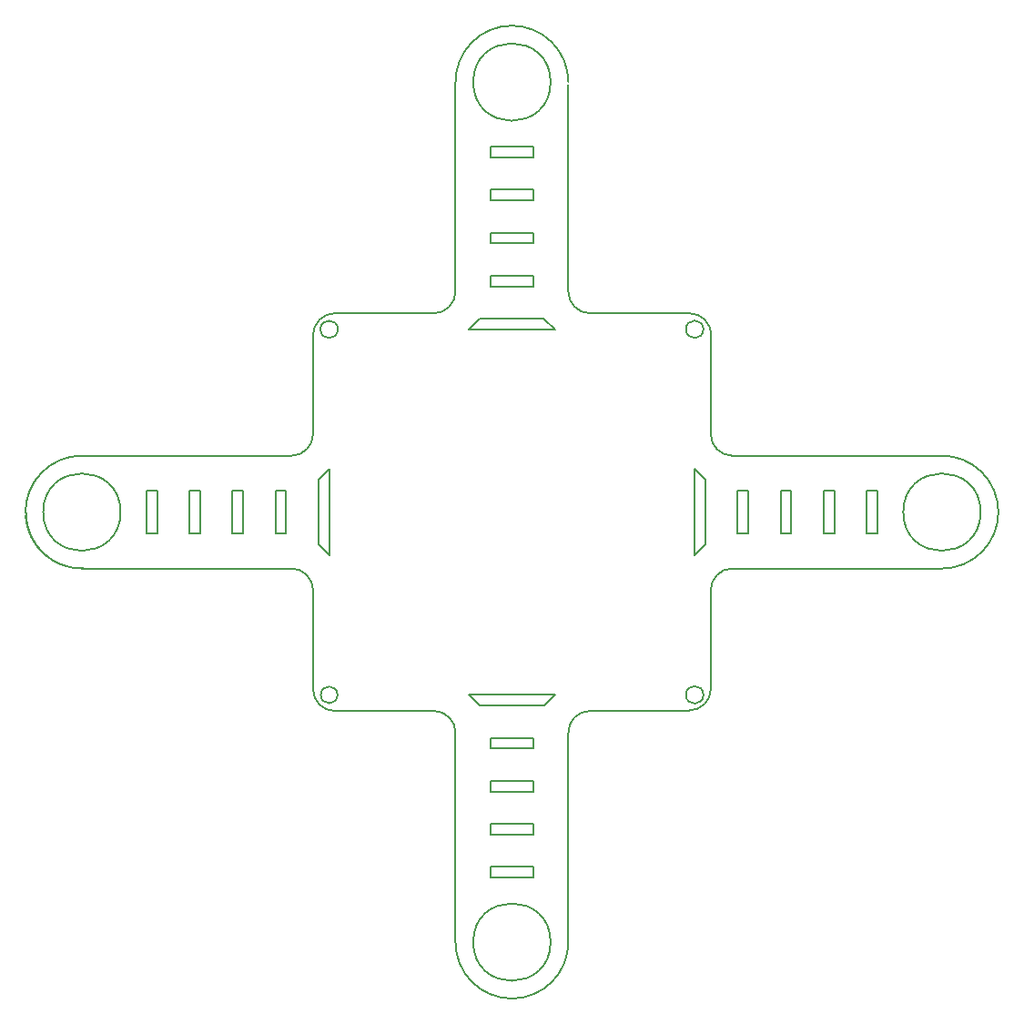
<source format=gbr>
G04 (created by PCBNEW (2013-07-07 BZR 4022)-stable) date 07/06/2014 15:45:15*
%MOIN*%
G04 Gerber Fmt 3.4, Leading zero omitted, Abs format*
%FSLAX34Y34*%
G01*
G70*
G90*
G04 APERTURE LIST*
%ADD10C,0.00590551*%
%ADD11C,0.0079*%
G04 APERTURE END LIST*
G54D10*
G54D11*
X14567Y7087D02*
X14173Y6694D01*
X16948Y7068D02*
X17322Y6694D01*
X14173Y6694D02*
X17322Y6694D01*
X14567Y7087D02*
X16929Y7087D01*
X16535Y8662D02*
X16535Y8268D01*
X14960Y8662D02*
X14960Y8268D01*
X14960Y8268D02*
X16535Y8268D01*
X14960Y8662D02*
X16535Y8662D01*
X16535Y10237D02*
X16535Y9843D01*
X14960Y10237D02*
X14960Y9843D01*
X14960Y9843D02*
X16535Y9843D01*
X16535Y10237D02*
X14960Y10237D01*
X15748Y10237D02*
X16535Y10237D01*
X16535Y11812D02*
X16535Y11418D01*
X14960Y11418D02*
X14960Y11812D01*
X16535Y11418D02*
X14960Y11418D01*
X15748Y11418D02*
X16535Y11418D01*
X16535Y11812D02*
X14960Y11812D01*
X15748Y11812D02*
X16535Y11812D01*
X16535Y13387D02*
X16535Y12993D01*
X14960Y13387D02*
X14960Y12993D01*
X16535Y12993D02*
X14960Y12993D01*
X15748Y12993D02*
X16535Y12993D01*
X16535Y13387D02*
X14960Y13387D01*
X15748Y13387D02*
X16535Y13387D01*
X14567Y-7085D02*
X14173Y-6691D01*
X16929Y-7085D02*
X17322Y-6691D01*
X14173Y-6691D02*
X17322Y-6691D01*
X14567Y-7085D02*
X16929Y-7085D01*
X16535Y-8266D02*
X16535Y-8660D01*
X14960Y-8266D02*
X14960Y-8660D01*
X14960Y-8266D02*
X16535Y-8266D01*
X14960Y-8660D02*
X16535Y-8660D01*
X16535Y-9841D02*
X16535Y-10235D01*
X14960Y-9841D02*
X16535Y-9841D01*
X14960Y-10235D02*
X14960Y-9841D01*
X15019Y-9841D02*
X16535Y-9841D01*
X16535Y-10235D02*
X14960Y-10235D01*
X15748Y-10235D02*
X16535Y-10235D01*
X16535Y-11416D02*
X16535Y-11809D01*
X14960Y-11809D02*
X14960Y-11416D01*
X16535Y-11809D02*
X14960Y-11809D01*
X15748Y-11809D02*
X16535Y-11809D01*
X16535Y-12990D02*
X16535Y-13384D01*
X14960Y-13364D02*
X14960Y-12990D01*
X16535Y-13384D02*
X14960Y-13384D01*
X15748Y-13384D02*
X16535Y-13384D01*
X16535Y-11416D02*
X14960Y-11416D01*
X15748Y-11416D02*
X16535Y-11416D01*
X16535Y-12990D02*
X14960Y-12990D01*
X15767Y-12990D02*
X16535Y-12990D01*
X22441Y-1573D02*
X22834Y-1179D01*
X22834Y1182D02*
X22441Y1576D01*
X22441Y1576D02*
X22441Y-1573D01*
X22834Y-1179D02*
X22834Y1182D01*
X24015Y-786D02*
X24409Y-786D01*
X24015Y788D02*
X24409Y788D01*
X24015Y788D02*
X24015Y-786D01*
X24409Y-786D02*
X24409Y788D01*
X25590Y-786D02*
X25984Y-786D01*
X25590Y788D02*
X25984Y788D01*
X25590Y-786D02*
X25590Y788D01*
X25984Y1D02*
X25984Y-786D01*
X25984Y1D02*
X25984Y788D01*
X27165Y788D02*
X27559Y788D01*
X27559Y-786D02*
X27165Y-786D01*
X27165Y1D02*
X27165Y-786D01*
X27165Y1D02*
X27165Y788D01*
X27559Y788D02*
X27559Y-786D01*
X27559Y1D02*
X27559Y788D01*
X28740Y-786D02*
X29133Y-786D01*
X28740Y788D02*
X29133Y788D01*
X28740Y788D02*
X28740Y-786D01*
X28740Y1D02*
X28740Y788D01*
X29133Y788D02*
X29133Y-786D01*
X29133Y1D02*
X29133Y788D01*
X8661Y-1179D02*
X9055Y-1573D01*
X8661Y1182D02*
X9055Y1576D01*
X9055Y1576D02*
X9055Y-1573D01*
X8661Y1182D02*
X8661Y-1179D01*
X7106Y-786D02*
X7480Y-786D01*
X7086Y788D02*
X7480Y788D01*
X7480Y788D02*
X7480Y-786D01*
X7086Y788D02*
X7086Y-786D01*
X5511Y-786D02*
X5905Y-786D01*
X5511Y788D02*
X5905Y788D01*
X5905Y788D02*
X5905Y-786D01*
X5511Y1D02*
X5511Y-786D01*
X5511Y1D02*
X5511Y788D01*
X4330Y788D02*
X4330Y768D01*
X3937Y788D02*
X4330Y788D01*
X4330Y-786D02*
X3937Y-786D01*
X4330Y1D02*
X4330Y-786D01*
X4330Y1D02*
X4330Y788D01*
X3937Y1D02*
X3937Y-786D01*
X3937Y1D02*
X3937Y788D01*
X2362Y788D02*
X2755Y788D01*
X2362Y-786D02*
X2755Y-786D01*
X2755Y1D02*
X2755Y-786D01*
X2755Y1D02*
X2755Y788D01*
X2362Y-786D02*
X2362Y788D01*
X2362Y1D02*
X2362Y-786D01*
X-39Y2068D02*
G75*
G03X-2066Y-38I39J-2066D01*
G74*
G01*
X-2047Y-18D02*
G75*
G03X0Y-2065I2047J0D01*
G74*
G01*
X15730Y17816D02*
G75*
G03X13681Y15731I18J-2066D01*
G74*
G01*
X17815Y15749D02*
G75*
G03X15748Y17816I-2066J0D01*
G74*
G01*
X13681Y-15746D02*
G75*
G03X15748Y-17813I2066J0D01*
G74*
G01*
X15766Y-17813D02*
G75*
G03X17815Y-15728I-18J2066D01*
G74*
G01*
X17165Y-15746D02*
G75*
G03X17165Y-15746I-1417J0D01*
G74*
G01*
X0Y2068D02*
G75*
G03X-2066Y1I0J-2066D01*
G74*
G01*
X-2066Y-117D02*
G75*
G03X119Y-2065I2066J119D01*
G74*
G01*
X33563Y19D02*
G75*
G03X31478Y2068I-2066J-18D01*
G74*
G01*
X31496Y-2065D02*
G75*
G03X33563Y1I0J2066D01*
G74*
G01*
X33563Y1D02*
G75*
G03X31496Y2068I-2066J0D01*
G74*
G01*
X22761Y6694D02*
G75*
G03X22761Y6694I-320J0D01*
G74*
G01*
X22763Y-6691D02*
G75*
G03X22763Y-6691I-322J0D01*
G74*
G01*
X9362Y-6691D02*
G75*
G03X9362Y-6691I-307J0D01*
G74*
G01*
X9375Y6694D02*
G75*
G03X9375Y6694I-320J0D01*
G74*
G01*
X31496Y2068D02*
X23818Y2068D01*
X23818Y-2065D02*
X31476Y-2065D01*
X23031Y-2853D02*
X23031Y-6475D01*
X23031Y2855D02*
X23031Y6477D01*
X17815Y15670D02*
X17815Y8072D01*
X13681Y8072D02*
X13681Y15749D01*
X18602Y7284D02*
X22244Y7284D01*
X9271Y7284D02*
X12893Y7284D01*
X8464Y6477D02*
X8484Y6477D01*
X8464Y2855D02*
X8464Y6477D01*
X8464Y-2853D02*
X8464Y-6475D01*
X18602Y-7282D02*
X22244Y-7282D01*
X12893Y-7282D02*
X9271Y-7282D01*
X17815Y-15746D02*
X17815Y-8069D01*
X13681Y-8069D02*
X13681Y-15727D01*
X7677Y-2065D02*
X19Y-2065D01*
X7677Y2068D02*
X-78Y2068D01*
X7677Y2068D02*
G75*
G03X8464Y2855I0J787D01*
G74*
G01*
X8464Y-2853D02*
G75*
G03X7677Y-2065I-787J0D01*
G74*
G01*
X13681Y-8069D02*
G75*
G03X12893Y-7282I-787J0D01*
G74*
G01*
X18583Y-7282D02*
G75*
G03X17815Y-8088I19J-787D01*
G74*
G01*
X23818Y-2065D02*
G75*
G03X23031Y-2853I0J-787D01*
G74*
G01*
X23031Y2855D02*
G75*
G03X23818Y2068I787J0D01*
G74*
G01*
X17815Y8072D02*
G75*
G03X18602Y7284I787J0D01*
G74*
G01*
X12893Y7284D02*
G75*
G03X13681Y8072I0J787D01*
G74*
G01*
X8464Y-6475D02*
G75*
G03X9271Y-7282I807J0D01*
G74*
G01*
X22244Y-7262D02*
G75*
G03X23031Y-6475I0J787D01*
G74*
G01*
X23051Y6477D02*
G75*
G03X22244Y7284I-807J0D01*
G74*
G01*
X9271Y7284D02*
G75*
G03X8464Y6477I0J-807D01*
G74*
G01*
X-58Y2068D02*
X-58Y2048D01*
X-78Y2068D02*
X-78Y2048D01*
X1417Y1D02*
G75*
G03X1417Y1I-1417J0D01*
G74*
G01*
X32913Y1D02*
G75*
G03X32913Y1I-1417J0D01*
G74*
G01*
X17165Y15749D02*
G75*
G03X17165Y15749I-1417J0D01*
G74*
G01*
M02*

</source>
